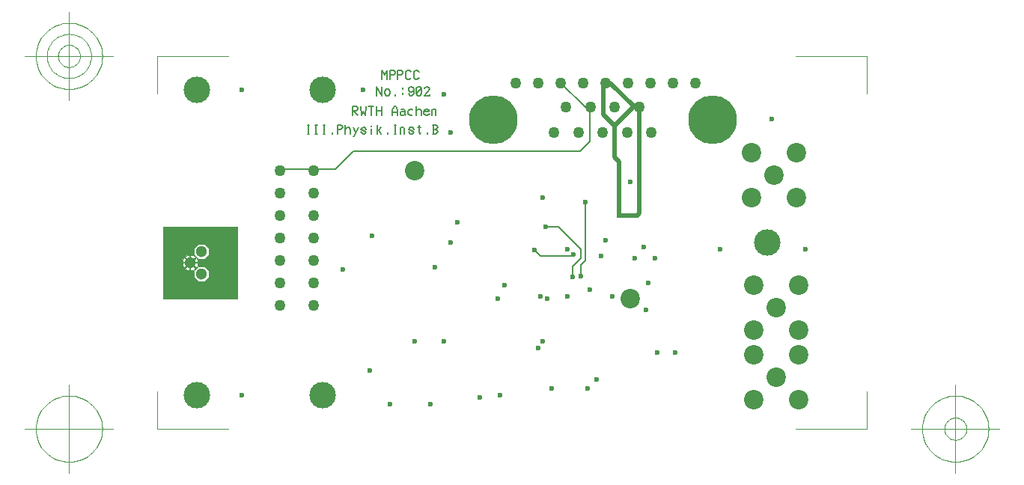
<source format=gbr>
G04 Generated by Ultiboard *
%FSLAX25Y25*%
%MOMM*%

%ADD10C,0.20000*%
%ADD11C,0.00100*%
%ADD12C,0.50000*%
%ADD13C,0.10000*%
%ADD14C,0.60000*%
%ADD15C,3.00000*%
%ADD16C,5.50316*%
%ADD17C,1.27000*%
%ADD18C,2.20000*%
%ADD19C,1.30000*%


%LNCopper Bottom*%
%LPD*%
%FSLAX25Y25*%
%MOMM*%
G54D10*
X2171700Y3111500D02*
X4737100Y3111500D01*
X1358900Y2908300D02*
X1968500Y2908300D01*
X203200Y1854200D02*
X558800Y1854200D01*
X330200Y1981200D02*
X330200Y1727200D01*
X1358900Y2908300D02*
X1346200Y2895600D01*
X2171700Y3111500D02*
X1968500Y2908300D01*
X1655867Y3312800D02*
X1675778Y3312800D01*
X1655867Y3412800D02*
X1675778Y3412800D01*
X1665822Y3312800D02*
X1665822Y3412800D01*
X1745467Y3312800D02*
X1765378Y3312800D01*
X1745467Y3412800D02*
X1765378Y3412800D01*
X1755422Y3312800D02*
X1755422Y3412800D01*
X1835067Y3312800D02*
X1854978Y3312800D01*
X1835067Y3412800D02*
X1854978Y3412800D01*
X1845022Y3312800D02*
X1845022Y3412800D01*
X1934622Y3312800D02*
X1934622Y3322800D01*
X1994356Y3312800D02*
X1994356Y3412800D01*
X1994356Y3412800D02*
X2034178Y3412800D01*
X2034178Y3412800D02*
X2054089Y3392800D01*
X2054089Y3392800D02*
X2054089Y3382800D01*
X2054089Y3382800D02*
X2034178Y3362800D01*
X2034178Y3362800D02*
X1994356Y3362800D01*
X2083956Y3362800D02*
X2103867Y3382800D01*
X2103867Y3382800D02*
X2123778Y3382800D01*
X2123778Y3382800D02*
X2143689Y3362800D01*
X2143689Y3362800D02*
X2143689Y3312800D01*
X2083956Y3412800D02*
X2083956Y3312800D01*
X2173556Y3282800D02*
X2183511Y3282800D01*
X2183511Y3282800D02*
X2233289Y3382800D01*
X2173556Y3382800D02*
X2203422Y3322800D01*
X2263156Y3332800D02*
X2283067Y3312800D01*
X2283067Y3312800D02*
X2302978Y3312800D01*
X2302978Y3312800D02*
X2322889Y3332800D01*
X2322889Y3332800D02*
X2263156Y3362800D01*
X2263156Y3362800D02*
X2283067Y3382800D01*
X2283067Y3382800D02*
X2302978Y3382800D01*
X2302978Y3382800D02*
X2322889Y3362800D01*
X2382622Y3312800D02*
X2382622Y3372800D01*
X2382622Y3392800D02*
X2382622Y3402800D01*
X2442356Y3352800D02*
X2462267Y3352800D01*
X2462267Y3352800D02*
X2492133Y3382800D01*
X2462267Y3352800D02*
X2492133Y3312800D01*
X2442356Y3312800D02*
X2442356Y3412800D01*
X2561822Y3312800D02*
X2561822Y3322800D01*
X2641467Y3312800D02*
X2661378Y3312800D01*
X2641467Y3412800D02*
X2661378Y3412800D01*
X2651422Y3312800D02*
X2651422Y3412800D01*
X2711156Y3312800D02*
X2711156Y3372800D01*
X2711156Y3372800D02*
X2711156Y3382800D01*
X2711156Y3372800D02*
X2721111Y3382800D01*
X2721111Y3382800D02*
X2741022Y3382800D01*
X2741022Y3382800D02*
X2750978Y3372800D01*
X2750978Y3372800D02*
X2750978Y3312800D01*
X2800756Y3332800D02*
X2820667Y3312800D01*
X2820667Y3312800D02*
X2840578Y3312800D01*
X2840578Y3312800D02*
X2860489Y3332800D01*
X2860489Y3332800D02*
X2800756Y3362800D01*
X2800756Y3362800D02*
X2820667Y3382800D01*
X2820667Y3382800D02*
X2840578Y3382800D01*
X2840578Y3382800D02*
X2860489Y3362800D01*
X2940133Y3322800D02*
X2930178Y3312800D01*
X2930178Y3312800D02*
X2920222Y3322800D01*
X2920222Y3322800D02*
X2920222Y3412800D01*
X2900311Y3382800D02*
X2940133Y3382800D01*
X3009822Y3312800D02*
X3009822Y3322800D01*
X3069556Y3312800D02*
X3109378Y3312800D01*
X3109378Y3312800D02*
X3129289Y3332800D01*
X3129289Y3332800D02*
X3129289Y3342800D01*
X3129289Y3342800D02*
X3109378Y3362800D01*
X3109378Y3362800D02*
X3129289Y3382800D01*
X3129289Y3382800D02*
X3129289Y3392800D01*
X3129289Y3392800D02*
X3109378Y3412800D01*
X3109378Y3412800D02*
X3079511Y3412800D01*
X3079511Y3412800D02*
X3069556Y3412800D01*
X3079511Y3362800D02*
X3109378Y3362800D01*
X3079511Y3412800D02*
X3079511Y3312800D01*
X2439556Y3744600D02*
X2439556Y3844600D01*
X2439556Y3844600D02*
X2499289Y3744600D01*
X2499289Y3744600D02*
X2499289Y3844600D01*
X2529156Y3764600D02*
X2549067Y3744600D01*
X2549067Y3744600D02*
X2568978Y3744600D01*
X2568978Y3744600D02*
X2588889Y3764600D01*
X2588889Y3764600D02*
X2588889Y3794600D01*
X2588889Y3794600D02*
X2568978Y3814600D01*
X2568978Y3814600D02*
X2549067Y3814600D01*
X2549067Y3814600D02*
X2529156Y3794600D01*
X2529156Y3794600D02*
X2529156Y3764600D01*
X2648622Y3744600D02*
X2648622Y3754600D01*
X2738222Y3834600D02*
X2738222Y3814600D01*
X2738222Y3754600D02*
X2738222Y3774600D01*
X2797956Y3764600D02*
X2817867Y3744600D01*
X2817867Y3744600D02*
X2837778Y3744600D01*
X2837778Y3744600D02*
X2857689Y3764600D01*
X2857689Y3764600D02*
X2857689Y3804600D01*
X2857689Y3804600D02*
X2857689Y3824600D01*
X2857689Y3824600D02*
X2837778Y3844600D01*
X2837778Y3844600D02*
X2817867Y3844600D01*
X2817867Y3844600D02*
X2797956Y3824600D01*
X2797956Y3824600D02*
X2797956Y3804600D01*
X2797956Y3804600D02*
X2817867Y3784600D01*
X2817867Y3784600D02*
X2837778Y3784600D01*
X2837778Y3784600D02*
X2857689Y3804600D01*
X2887556Y3824600D02*
X2907467Y3844600D01*
X2907467Y3844600D02*
X2927378Y3844600D01*
X2927378Y3844600D02*
X2947289Y3824600D01*
X2947289Y3824600D02*
X2947289Y3764600D01*
X2947289Y3764600D02*
X2927378Y3744600D01*
X2927378Y3744600D02*
X2907467Y3744600D01*
X2907467Y3744600D02*
X2887556Y3764600D01*
X2887556Y3764600D02*
X2887556Y3824600D01*
X2947289Y3824600D02*
X2887556Y3764600D01*
X2977156Y3824600D02*
X2997067Y3844600D01*
X2997067Y3844600D02*
X3016978Y3844600D01*
X3016978Y3844600D02*
X3036889Y3824600D01*
X3036889Y3824600D02*
X3036889Y3814600D01*
X3036889Y3814600D02*
X2977156Y3744600D01*
X2977156Y3744600D02*
X3036889Y3744600D01*
X3036889Y3744600D02*
X3036889Y3754600D01*
X2168956Y3522200D02*
X2168956Y3622200D01*
X2168956Y3622200D02*
X2208778Y3622200D01*
X2208778Y3622200D02*
X2228689Y3602200D01*
X2228689Y3602200D02*
X2228689Y3592200D01*
X2228689Y3592200D02*
X2208778Y3572200D01*
X2208778Y3572200D02*
X2168956Y3572200D01*
X2178911Y3572200D02*
X2228689Y3522200D01*
X2258556Y3622200D02*
X2268511Y3522200D01*
X2268511Y3522200D02*
X2288422Y3562200D01*
X2288422Y3562200D02*
X2308333Y3522200D01*
X2308333Y3522200D02*
X2318289Y3622200D01*
X2378022Y3522200D02*
X2378022Y3622200D01*
X2348156Y3622200D02*
X2407889Y3622200D01*
X2437756Y3522200D02*
X2437756Y3622200D01*
X2497489Y3522200D02*
X2497489Y3622200D01*
X2437756Y3572200D02*
X2497489Y3572200D01*
X2616956Y3522200D02*
X2616956Y3582200D01*
X2616956Y3582200D02*
X2636867Y3622200D01*
X2636867Y3622200D02*
X2656778Y3622200D01*
X2656778Y3622200D02*
X2676689Y3582200D01*
X2676689Y3582200D02*
X2676689Y3522200D01*
X2616956Y3552200D02*
X2676689Y3552200D01*
X2716511Y3592200D02*
X2746378Y3592200D01*
X2746378Y3592200D02*
X2756333Y3582200D01*
X2756333Y3582200D02*
X2756333Y3532200D01*
X2756333Y3532200D02*
X2746378Y3522200D01*
X2746378Y3522200D02*
X2716511Y3522200D01*
X2716511Y3522200D02*
X2706556Y3532200D01*
X2706556Y3532200D02*
X2706556Y3552200D01*
X2706556Y3552200D02*
X2716511Y3562200D01*
X2716511Y3562200D02*
X2756333Y3562200D01*
X2756333Y3532200D02*
X2766289Y3522200D01*
X2845933Y3532200D02*
X2835978Y3522200D01*
X2835978Y3522200D02*
X2816067Y3522200D01*
X2816067Y3522200D02*
X2796156Y3542200D01*
X2796156Y3542200D02*
X2796156Y3572200D01*
X2796156Y3572200D02*
X2816067Y3592200D01*
X2816067Y3592200D02*
X2835978Y3592200D01*
X2835978Y3592200D02*
X2845933Y3582200D01*
X2885756Y3572200D02*
X2905667Y3592200D01*
X2905667Y3592200D02*
X2925578Y3592200D01*
X2925578Y3592200D02*
X2945489Y3572200D01*
X2945489Y3572200D02*
X2945489Y3522200D01*
X2885756Y3622200D02*
X2885756Y3522200D01*
X3035089Y3542200D02*
X3015178Y3522200D01*
X3015178Y3522200D02*
X2995267Y3522200D01*
X2995267Y3522200D02*
X2975356Y3542200D01*
X2975356Y3542200D02*
X2975356Y3572200D01*
X2975356Y3572200D02*
X2995267Y3592200D01*
X2995267Y3592200D02*
X3015178Y3592200D01*
X3015178Y3592200D02*
X3035089Y3572200D01*
X3035089Y3572200D02*
X3025133Y3562200D01*
X3025133Y3562200D02*
X2975356Y3562200D01*
X3064956Y3522200D02*
X3064956Y3582200D01*
X3064956Y3582200D02*
X3064956Y3592200D01*
X3064956Y3582200D02*
X3074911Y3592200D01*
X3074911Y3592200D02*
X3094822Y3592200D01*
X3094822Y3592200D02*
X3104778Y3582200D01*
X3104778Y3582200D02*
X3104778Y3522200D01*
X2499156Y3928600D02*
X2499156Y4028600D01*
X2499156Y4028600D02*
X2529022Y3978600D01*
X2529022Y3978600D02*
X2558889Y4028600D01*
X2558889Y4028600D02*
X2558889Y3928600D01*
X2588756Y3928600D02*
X2588756Y4028600D01*
X2588756Y4028600D02*
X2628578Y4028600D01*
X2628578Y4028600D02*
X2648489Y4008600D01*
X2648489Y4008600D02*
X2648489Y3998600D01*
X2648489Y3998600D02*
X2628578Y3978600D01*
X2628578Y3978600D02*
X2588756Y3978600D01*
X2678356Y3928600D02*
X2678356Y4028600D01*
X2678356Y4028600D02*
X2718178Y4028600D01*
X2718178Y4028600D02*
X2738089Y4008600D01*
X2738089Y4008600D02*
X2738089Y3998600D01*
X2738089Y3998600D02*
X2718178Y3978600D01*
X2718178Y3978600D02*
X2678356Y3978600D01*
X2827689Y3948600D02*
X2807778Y3928600D01*
X2807778Y3928600D02*
X2787867Y3928600D01*
X2787867Y3928600D02*
X2767956Y3948600D01*
X2767956Y3948600D02*
X2767956Y4008600D01*
X2767956Y4008600D02*
X2787867Y4028600D01*
X2787867Y4028600D02*
X2807778Y4028600D01*
X2807778Y4028600D02*
X2827689Y4008600D01*
X2917289Y3948600D02*
X2897378Y3928600D01*
X2897378Y3928600D02*
X2877467Y3928600D01*
X2877467Y3928600D02*
X2857556Y3948600D01*
X2857556Y3948600D02*
X2857556Y4008600D01*
X2857556Y4008600D02*
X2877467Y4028600D01*
X2877467Y4028600D02*
X2897378Y4028600D01*
X2897378Y4028600D02*
X2917289Y4008600D01*
X4851400Y3225800D02*
X4851400Y3604683D01*
X4851400Y3225800D02*
X4737100Y3111500D01*
X4749800Y1828800D02*
X4800600Y1879600D01*
X4800600Y1879600D02*
X4800600Y2540000D01*
X4292600Y1930400D02*
X4648200Y1930400D01*
X4495800Y2260600D02*
X4353983Y2260600D01*
X4224867Y1998133D02*
X4292600Y1930400D01*
X4749800Y1905000D02*
X4749800Y2006600D01*
X4749800Y2006600D02*
X4495800Y2260600D01*
X4648200Y1930400D02*
X4660900Y1943100D01*
X4658783Y1691217D02*
X4658783Y1813983D01*
X4658783Y1813983D02*
X4749800Y1905000D01*
X4749800Y1701800D02*
X4749800Y1828800D01*
X5422900Y2984500D02*
X5410200Y2997200D01*
X4857750Y3611033D02*
X4796367Y3611033D01*
X4796367Y3611033D02*
X4521200Y3886200D01*
X4851400Y3604683D02*
X4857750Y3611033D01*
X5029200Y3886200D02*
X5003800Y3860800D01*
X5029200Y3886200D02*
X5080000Y3886200D01*
G54D11*
X242290Y1854200D02*
X242290Y1817787D01*
X242290Y1817787D02*
X261601Y1798475D01*
X261601Y1798475D02*
X317326Y1854200D01*
X317326Y1854200D02*
X330200Y1854200D01*
X330200Y1854200D02*
X330200Y1841326D01*
X330200Y1841326D02*
X274475Y1785601D01*
X274475Y1785601D02*
X293787Y1766290D01*
X293787Y1766290D02*
X330200Y1766290D01*
X330200Y1766290D02*
X330200Y1447800D01*
X330200Y1447800D02*
X25450Y1447800D01*
X25450Y1447800D02*
X25450Y1854200D01*
X25450Y1854200D02*
X242290Y1854200D01*
G36*
X242290Y1447800D02*
X25450Y1447800D01*
X25450Y1854200D01*
X242290Y1854200D01*
X242290Y1447800D01*
G37*
X242290Y1447800D02*
X25450Y1447800D01*
X25450Y1447800D02*
X25450Y1854200D01*
X25450Y1854200D02*
X242290Y1854200D01*
X242290Y1854200D02*
X242290Y1447800D01*
G36*
X261601Y1447800D02*
X242290Y1447800D01*
X242290Y1817787D01*
X261601Y1798475D01*
X261601Y1447800D01*
G37*
X261601Y1447800D02*
X242290Y1447800D01*
X242290Y1447800D02*
X242290Y1817787D01*
X242290Y1817787D02*
X261601Y1798475D01*
X261601Y1798475D02*
X261601Y1447800D01*
G36*
X261601Y1785601D02*
X261601Y1798475D01*
X317326Y1854200D01*
X330200Y1854200D01*
X330200Y1841326D01*
X274475Y1785601D01*
X261601Y1785601D01*
G37*
X261601Y1785601D02*
X261601Y1798475D01*
X261601Y1798475D02*
X317326Y1854200D01*
X317326Y1854200D02*
X330200Y1854200D01*
X330200Y1854200D02*
X330200Y1841326D01*
X330200Y1841326D02*
X274475Y1785601D01*
X274475Y1785601D02*
X261601Y1785601D01*
G36*
X293787Y1447800D02*
X293787Y1766290D01*
X330200Y1766290D01*
X330200Y1447800D01*
X293787Y1447800D01*
G37*
X293787Y1447800D02*
X293787Y1766290D01*
X293787Y1766290D02*
X330200Y1766290D01*
X330200Y1766290D02*
X330200Y1447800D01*
X330200Y1447800D02*
X293787Y1447800D01*
G36*
X293787Y1447800D02*
X261601Y1447800D01*
X261601Y1785601D01*
X274475Y1785601D01*
X293787Y1766290D01*
X293787Y1447800D01*
G37*
X293787Y1447800D02*
X261601Y1447800D01*
X261601Y1447800D02*
X261601Y1785601D01*
X261601Y1785601D02*
X274475Y1785601D01*
X274475Y1785601D02*
X293787Y1766290D01*
X293787Y1766290D02*
X293787Y1447800D01*
X330200Y1766290D02*
X366614Y1766290D01*
X366614Y1766290D02*
X385925Y1785601D01*
X385925Y1785601D02*
X330200Y1841326D01*
X330200Y1841326D02*
X330200Y1854200D01*
X330200Y1854200D02*
X343074Y1854200D01*
X343074Y1854200D02*
X398799Y1798475D01*
X398799Y1798475D02*
X418110Y1817787D01*
X418110Y1817787D02*
X418110Y1854200D01*
X418110Y1854200D02*
X482074Y1854200D01*
X482074Y1854200D02*
X482074Y1815110D01*
X482074Y1815110D02*
X420787Y1815110D01*
X420787Y1815110D02*
X369290Y1763614D01*
X369290Y1763614D02*
X369290Y1690787D01*
X369290Y1690787D02*
X420787Y1639290D01*
X420787Y1639290D02*
X482074Y1639290D01*
X482074Y1639290D02*
X482074Y1447800D01*
X482074Y1447800D02*
X330200Y1447800D01*
X330200Y1447800D02*
X330200Y1766290D01*
G36*
X366614Y1447800D02*
X330200Y1447800D01*
X330200Y1766290D01*
X366614Y1766290D01*
X366614Y1447800D01*
G37*
X366614Y1447800D02*
X330200Y1447800D01*
X330200Y1447800D02*
X330200Y1766290D01*
X330200Y1766290D02*
X366614Y1766290D01*
X366614Y1766290D02*
X366614Y1447800D01*
G36*
X398799Y1793122D02*
X391278Y1785601D01*
X385925Y1785601D01*
X330200Y1841326D01*
X330200Y1854200D01*
X343074Y1854200D01*
X398799Y1798475D01*
X398799Y1793122D01*
G37*
X398799Y1793122D02*
X391278Y1785601D01*
X391278Y1785601D02*
X385925Y1785601D01*
X385925Y1785601D02*
X330200Y1841326D01*
X330200Y1841326D02*
X330200Y1854200D01*
X330200Y1854200D02*
X343074Y1854200D01*
X343074Y1854200D02*
X398799Y1798475D01*
X398799Y1798475D02*
X398799Y1793122D01*
G36*
X366614Y1763614D02*
X366614Y1766290D01*
X385925Y1785601D01*
X391278Y1785601D01*
X369290Y1763614D01*
X366614Y1763614D01*
G37*
X366614Y1763614D02*
X366614Y1766290D01*
X366614Y1766290D02*
X385925Y1785601D01*
X385925Y1785601D02*
X391278Y1785601D01*
X391278Y1785601D02*
X369290Y1763614D01*
X369290Y1763614D02*
X366614Y1763614D01*
G36*
X482074Y1817787D02*
X418110Y1817787D01*
X418110Y1854200D01*
X482074Y1854200D01*
X482074Y1817787D01*
G37*
X482074Y1817787D02*
X418110Y1817787D01*
X418110Y1817787D02*
X418110Y1854200D01*
X418110Y1854200D02*
X482074Y1854200D01*
X482074Y1854200D02*
X482074Y1817787D01*
G36*
X369290Y1447800D02*
X366614Y1447800D01*
X366614Y1763614D01*
X369290Y1763614D01*
X369290Y1447800D01*
G37*
X369290Y1447800D02*
X366614Y1447800D01*
X366614Y1447800D02*
X366614Y1763614D01*
X366614Y1763614D02*
X369290Y1763614D01*
X369290Y1763614D02*
X369290Y1447800D01*
G36*
X420787Y1817787D02*
X420787Y1815110D01*
X398799Y1793122D01*
X398799Y1798475D01*
X418110Y1817787D01*
X420787Y1817787D01*
G37*
X420787Y1817787D02*
X420787Y1815110D01*
X420787Y1815110D02*
X398799Y1793122D01*
X398799Y1793122D02*
X398799Y1798475D01*
X398799Y1798475D02*
X418110Y1817787D01*
X418110Y1817787D02*
X420787Y1817787D01*
G36*
X420787Y1817787D02*
X482074Y1817787D01*
X482074Y1815110D01*
X420787Y1815110D01*
X420787Y1817787D01*
G37*
X420787Y1817787D02*
X482074Y1817787D01*
X482074Y1817787D02*
X482074Y1815110D01*
X482074Y1815110D02*
X420787Y1815110D01*
X420787Y1815110D02*
X420787Y1817787D01*
G36*
X420787Y1447800D02*
X420787Y1639290D01*
X482074Y1639290D01*
X482074Y1447800D01*
X420787Y1447800D01*
G37*
X420787Y1447800D02*
X420787Y1639290D01*
X420787Y1639290D02*
X482074Y1639290D01*
X482074Y1639290D02*
X482074Y1447800D01*
X482074Y1447800D02*
X420787Y1447800D01*
G36*
X420787Y1447800D02*
X369290Y1447800D01*
X369290Y1690787D01*
X420787Y1639290D01*
X420787Y1447800D01*
G37*
X420787Y1447800D02*
X369290Y1447800D01*
X369290Y1447800D02*
X369290Y1690787D01*
X369290Y1690787D02*
X420787Y1639290D01*
X420787Y1639290D02*
X420787Y1447800D01*
X482074Y1893290D02*
X493614Y1893290D01*
X493614Y1893290D02*
X545110Y1944787D01*
X545110Y1944787D02*
X545110Y2017614D01*
X545110Y2017614D02*
X493614Y2069110D01*
X493614Y2069110D02*
X482074Y2069110D01*
X482074Y2069110D02*
X482074Y2260600D01*
X482074Y2260600D02*
X863600Y2260600D01*
X863600Y2260600D02*
X863600Y1447800D01*
X863600Y1447800D02*
X482074Y1447800D01*
X482074Y1447800D02*
X482074Y1639290D01*
X482074Y1639290D02*
X493614Y1639290D01*
X493614Y1639290D02*
X545110Y1690787D01*
X545110Y1690787D02*
X545110Y1763614D01*
X545110Y1763614D02*
X493614Y1815110D01*
X493614Y1815110D02*
X482074Y1815110D01*
X482074Y1815110D02*
X482074Y1893290D01*
G36*
X493614Y1447800D02*
X482074Y1447800D01*
X482074Y1639290D01*
X493614Y1639290D01*
X493614Y1447800D01*
G37*
X493614Y1447800D02*
X482074Y1447800D01*
X482074Y1447800D02*
X482074Y1639290D01*
X482074Y1639290D02*
X493614Y1639290D01*
X493614Y1639290D02*
X493614Y1447800D01*
G36*
X493614Y1815110D02*
X482074Y1815110D01*
X482074Y1893290D01*
X493614Y1893290D01*
X493614Y1815110D01*
G37*
X493614Y1815110D02*
X482074Y1815110D01*
X482074Y1815110D02*
X482074Y1893290D01*
X482074Y1893290D02*
X493614Y1893290D01*
X493614Y1893290D02*
X493614Y1815110D01*
G36*
X863600Y1690787D02*
X863600Y1447800D01*
X493614Y1447800D01*
X493614Y1639290D01*
X545110Y1690787D01*
X863600Y1690787D01*
G37*
X863600Y1690787D02*
X863600Y1447800D01*
X863600Y1447800D02*
X493614Y1447800D01*
X493614Y1447800D02*
X493614Y1639290D01*
X493614Y1639290D02*
X545110Y1690787D01*
X545110Y1690787D02*
X863600Y1690787D01*
G36*
X545110Y1763614D02*
X493614Y1815110D01*
X493614Y1893290D01*
X545110Y1944787D01*
X545110Y1763614D01*
G37*
X545110Y1763614D02*
X493614Y1815110D01*
X493614Y1815110D02*
X493614Y1893290D01*
X493614Y1893290D02*
X545110Y1944787D01*
X545110Y1944787D02*
X545110Y1763614D01*
G36*
X545110Y2260600D02*
X863600Y2260600D01*
X863600Y1690787D01*
X545110Y1690787D01*
X545110Y2260600D01*
G37*
X545110Y2260600D02*
X863600Y2260600D01*
X863600Y2260600D02*
X863600Y1690787D01*
X863600Y1690787D02*
X545110Y1690787D01*
X545110Y1690787D02*
X545110Y2260600D01*
G36*
X493614Y2260600D02*
X493614Y2069110D01*
X482074Y2069110D01*
X482074Y2260600D01*
X493614Y2260600D01*
G37*
X493614Y2260600D02*
X493614Y2069110D01*
X493614Y2069110D02*
X482074Y2069110D01*
X482074Y2069110D02*
X482074Y2260600D01*
X482074Y2260600D02*
X493614Y2260600D01*
G36*
X493614Y2260600D02*
X545110Y2260600D01*
X545110Y2017614D01*
X493614Y2069110D01*
X493614Y2260600D01*
G37*
X493614Y2260600D02*
X545110Y2260600D01*
X545110Y2260600D02*
X545110Y2017614D01*
X545110Y2017614D02*
X493614Y2069110D01*
X493614Y2069110D02*
X493614Y2260600D01*
X482074Y2069110D02*
X420787Y2069110D01*
X420787Y2069110D02*
X369290Y2017614D01*
X369290Y2017614D02*
X369290Y1944787D01*
X369290Y1944787D02*
X420787Y1893290D01*
X420787Y1893290D02*
X482074Y1893290D01*
X482074Y1893290D02*
X482074Y1854200D01*
X482074Y1854200D02*
X418110Y1854200D01*
X418110Y1854200D02*
X418110Y1890614D01*
X418110Y1890614D02*
X398799Y1909925D01*
X398799Y1909925D02*
X343074Y1854200D01*
X343074Y1854200D02*
X330200Y1854200D01*
X330200Y1854200D02*
X330200Y1867074D01*
X330200Y1867074D02*
X385925Y1922799D01*
X385925Y1922799D02*
X366614Y1942110D01*
X366614Y1942110D02*
X330200Y1942110D01*
X330200Y1942110D02*
X330200Y2260600D01*
X330200Y2260600D02*
X482074Y2260600D01*
X482074Y2260600D02*
X482074Y2069110D01*
G36*
X420787Y2260600D02*
X482074Y2260600D01*
X482074Y2069110D01*
X420787Y2069110D01*
X420787Y2260600D01*
G37*
X420787Y2260600D02*
X482074Y2260600D01*
X482074Y2260600D02*
X482074Y2069110D01*
X482074Y2069110D02*
X420787Y2069110D01*
X420787Y2069110D02*
X420787Y2260600D01*
G36*
X330200Y2017614D02*
X330200Y2260600D01*
X420787Y2260600D01*
X420787Y2069110D01*
X369290Y2017614D01*
X330200Y2017614D01*
G37*
X330200Y2017614D02*
X330200Y2260600D01*
X330200Y2260600D02*
X420787Y2260600D01*
X420787Y2260600D02*
X420787Y2069110D01*
X420787Y2069110D02*
X369290Y2017614D01*
X369290Y2017614D02*
X330200Y2017614D01*
G36*
X369290Y1906164D02*
X369290Y1880416D01*
X343074Y1854200D01*
X330200Y1854200D01*
X330200Y1867074D01*
X369290Y1906164D01*
G37*
X369290Y1906164D02*
X369290Y1880416D01*
X369290Y1880416D02*
X343074Y1854200D01*
X343074Y1854200D02*
X330200Y1854200D01*
X330200Y1854200D02*
X330200Y1867074D01*
X330200Y1867074D02*
X369290Y1906164D01*
G36*
X391278Y1922799D02*
X385925Y1922799D01*
X369290Y1939434D01*
X369290Y1944787D01*
X391278Y1922799D01*
G37*
X391278Y1922799D02*
X385925Y1922799D01*
X385925Y1922799D02*
X369290Y1939434D01*
X369290Y1939434D02*
X369290Y1944787D01*
X369290Y1944787D02*
X391278Y1922799D01*
G36*
X366614Y2017614D02*
X366614Y1942110D01*
X330200Y1942110D01*
X330200Y2017614D01*
X366614Y2017614D01*
G37*
X366614Y2017614D02*
X366614Y1942110D01*
X366614Y1942110D02*
X330200Y1942110D01*
X330200Y1942110D02*
X330200Y2017614D01*
X330200Y2017614D02*
X366614Y2017614D01*
G36*
X366614Y2017614D02*
X369290Y2017614D01*
X369290Y1939434D01*
X366614Y1942110D01*
X366614Y2017614D01*
G37*
X366614Y2017614D02*
X369290Y2017614D01*
X369290Y2017614D02*
X369290Y1939434D01*
X369290Y1939434D02*
X366614Y1942110D01*
X366614Y1942110D02*
X366614Y2017614D01*
G36*
X420787Y1854200D02*
X420787Y1893290D01*
X482074Y1893290D01*
X482074Y1854200D01*
X420787Y1854200D01*
G37*
X420787Y1854200D02*
X420787Y1893290D01*
X420787Y1893290D02*
X482074Y1893290D01*
X482074Y1893290D02*
X482074Y1854200D01*
X482074Y1854200D02*
X420787Y1854200D01*
G36*
X418110Y1895967D02*
X420787Y1893290D01*
X420787Y1854200D01*
X418110Y1854200D01*
X418110Y1895967D01*
G37*
X418110Y1895967D02*
X420787Y1893290D01*
X420787Y1893290D02*
X420787Y1854200D01*
X420787Y1854200D02*
X418110Y1854200D01*
X418110Y1854200D02*
X418110Y1895967D01*
G36*
X398799Y1915278D02*
X398799Y1909925D01*
X369290Y1880416D01*
X369290Y1906164D01*
X385925Y1922799D01*
X391278Y1922799D01*
X398799Y1915278D01*
G37*
X398799Y1915278D02*
X398799Y1909925D01*
X398799Y1909925D02*
X369290Y1880416D01*
X369290Y1880416D02*
X369290Y1906164D01*
X369290Y1906164D02*
X385925Y1922799D01*
X385925Y1922799D02*
X391278Y1922799D01*
X391278Y1922799D02*
X398799Y1915278D01*
G36*
X398799Y1915278D02*
X418110Y1895967D01*
X418110Y1890614D01*
X398799Y1909925D01*
X398799Y1915278D01*
G37*
X398799Y1915278D02*
X418110Y1895967D01*
X418110Y1895967D02*
X418110Y1890614D01*
X418110Y1890614D02*
X398799Y1909925D01*
X398799Y1909925D02*
X398799Y1915278D01*
X330200Y1942110D02*
X293787Y1942110D01*
X293787Y1942110D02*
X274475Y1922799D01*
X274475Y1922799D02*
X330200Y1867074D01*
X330200Y1867074D02*
X330200Y1854200D01*
X330200Y1854200D02*
X317326Y1854200D01*
X317326Y1854200D02*
X261601Y1909925D01*
X261601Y1909925D02*
X242290Y1890614D01*
X242290Y1890614D02*
X242290Y1854200D01*
X242290Y1854200D02*
X25450Y1854200D01*
X25450Y1854200D02*
X25450Y2260600D01*
X25450Y2260600D02*
X330200Y2260600D01*
X330200Y2260600D02*
X330200Y1942110D01*
G36*
X293787Y2260600D02*
X330200Y2260600D01*
X330200Y1942110D01*
X293787Y1942110D01*
X293787Y2260600D01*
G37*
X293787Y2260600D02*
X330200Y2260600D01*
X330200Y2260600D02*
X330200Y1942110D01*
X330200Y1942110D02*
X293787Y1942110D01*
X293787Y1942110D02*
X293787Y2260600D01*
G36*
X25450Y1922799D02*
X25450Y2260600D01*
X293787Y2260600D01*
X293787Y1942110D01*
X274475Y1922799D01*
X25450Y1922799D01*
G37*
X25450Y1922799D02*
X25450Y2260600D01*
X25450Y2260600D02*
X293787Y2260600D01*
X293787Y2260600D02*
X293787Y1942110D01*
X293787Y1942110D02*
X274475Y1922799D01*
X274475Y1922799D02*
X25450Y1922799D01*
G36*
X261601Y1922799D02*
X274475Y1922799D01*
X330200Y1867074D01*
X330200Y1854200D01*
X317326Y1854200D01*
X261601Y1909925D01*
X261601Y1922799D01*
G37*
X261601Y1922799D02*
X274475Y1922799D01*
X274475Y1922799D02*
X330200Y1867074D01*
X330200Y1867074D02*
X330200Y1854200D01*
X330200Y1854200D02*
X317326Y1854200D01*
X317326Y1854200D02*
X261601Y1909925D01*
X261601Y1909925D02*
X261601Y1922799D01*
G36*
X25450Y1890614D02*
X242290Y1890614D01*
X242290Y1854200D01*
X25450Y1854200D01*
X25450Y1890614D01*
G37*
X25450Y1890614D02*
X242290Y1890614D01*
X242290Y1890614D02*
X242290Y1854200D01*
X242290Y1854200D02*
X25450Y1854200D01*
X25450Y1854200D02*
X25450Y1890614D01*
G36*
X25450Y1890614D02*
X25450Y1922799D01*
X261601Y1922799D01*
X261601Y1909925D01*
X242290Y1890614D01*
X25450Y1890614D01*
G37*
X25450Y1890614D02*
X25450Y1922799D01*
X25450Y1922799D02*
X261601Y1922799D01*
X261601Y1922799D02*
X261601Y1909925D01*
X261601Y1909925D02*
X242290Y1890614D01*
X242290Y1890614D02*
X25450Y1890614D01*
G54D12*
X5408083Y3611033D02*
X5408083Y2999317D01*
X5130800Y3403600D02*
X5130800Y3048000D01*
X5384800Y2387600D02*
X5334000Y2387600D01*
X5408083Y2999317D02*
X5408083Y2410883D01*
X5408083Y2410883D02*
X5384800Y2387600D01*
X5181600Y2387600D02*
X5334000Y2387600D01*
X5181600Y2997200D02*
X5181600Y2387600D01*
X5181600Y2997200D02*
X5130800Y3048000D01*
X5080000Y3886200D02*
X5355167Y3611033D01*
X5338233Y3611033D02*
X5130800Y3403600D01*
X5003800Y3860800D02*
X5003800Y3530600D01*
X5003800Y3530600D02*
X5130800Y3403600D01*
X5408083Y3611033D02*
X5338233Y3611033D01*
G54D13*
X-40050Y-25400D02*
X-40050Y396240D01*
X-40050Y-25400D02*
X762531Y-25400D01*
X7985760Y-25400D02*
X7183179Y-25400D01*
X7985760Y-25400D02*
X7985760Y396240D01*
X7985760Y4191000D02*
X7985760Y3769360D01*
X7985760Y4191000D02*
X7183179Y4191000D01*
X-40050Y4191000D02*
X762531Y4191000D01*
X-40050Y4191000D02*
X-40050Y3769360D01*
X-540050Y-25400D02*
X-1540050Y-25400D01*
X-1040050Y-525400D02*
X-1040050Y474600D01*
X-665050Y-25400D02*
X-666856Y11356D01*
X-666856Y11356D02*
X-672256Y47759D01*
X-672256Y47759D02*
X-681197Y83457D01*
X-681197Y83457D02*
X-693595Y118106D01*
X-693595Y118106D02*
X-709330Y151374D01*
X-709330Y151374D02*
X-728249Y182939D01*
X-728249Y182939D02*
X-750171Y212497D01*
X-750171Y212497D02*
X-774885Y239765D01*
X-774885Y239765D02*
X-802153Y264479D01*
X-802153Y264479D02*
X-831711Y286401D01*
X-831711Y286401D02*
X-863276Y305320D01*
X-863276Y305320D02*
X-896544Y321055D01*
X-896544Y321055D02*
X-931193Y333453D01*
X-931193Y333453D02*
X-966891Y342394D01*
X-966891Y342394D02*
X-1003294Y347794D01*
X-1003294Y347794D02*
X-1040050Y349600D01*
X-1040050Y349600D02*
X-1076806Y347794D01*
X-1076806Y347794D02*
X-1113209Y342394D01*
X-1113209Y342394D02*
X-1148907Y333453D01*
X-1148907Y333453D02*
X-1183556Y321055D01*
X-1183556Y321055D02*
X-1216824Y305320D01*
X-1216824Y305320D02*
X-1248389Y286401D01*
X-1248389Y286401D02*
X-1277947Y264479D01*
X-1277947Y264479D02*
X-1305215Y239765D01*
X-1305215Y239765D02*
X-1329929Y212497D01*
X-1329929Y212497D02*
X-1351851Y182939D01*
X-1351851Y182939D02*
X-1370770Y151374D01*
X-1370770Y151374D02*
X-1386505Y118106D01*
X-1386505Y118106D02*
X-1398903Y83457D01*
X-1398903Y83457D02*
X-1407844Y47759D01*
X-1407844Y47759D02*
X-1413244Y11356D01*
X-1413244Y11356D02*
X-1415050Y-25400D01*
X-1415050Y-25400D02*
X-1413244Y-62156D01*
X-1413244Y-62156D02*
X-1407844Y-98559D01*
X-1407844Y-98559D02*
X-1398903Y-134257D01*
X-1398903Y-134257D02*
X-1386505Y-168906D01*
X-1386505Y-168906D02*
X-1370770Y-202174D01*
X-1370770Y-202174D02*
X-1351851Y-233739D01*
X-1351851Y-233739D02*
X-1329929Y-263297D01*
X-1329929Y-263297D02*
X-1305215Y-290565D01*
X-1305215Y-290565D02*
X-1277947Y-315279D01*
X-1277947Y-315279D02*
X-1248389Y-337201D01*
X-1248389Y-337201D02*
X-1216824Y-356120D01*
X-1216824Y-356120D02*
X-1183556Y-371855D01*
X-1183556Y-371855D02*
X-1148907Y-384253D01*
X-1148907Y-384253D02*
X-1113209Y-393194D01*
X-1113209Y-393194D02*
X-1076806Y-398594D01*
X-1076806Y-398594D02*
X-1040050Y-400400D01*
X-1040050Y-400400D02*
X-1003294Y-398594D01*
X-1003294Y-398594D02*
X-966891Y-393194D01*
X-966891Y-393194D02*
X-931193Y-384253D01*
X-931193Y-384253D02*
X-896544Y-371855D01*
X-896544Y-371855D02*
X-863276Y-356120D01*
X-863276Y-356120D02*
X-831711Y-337201D01*
X-831711Y-337201D02*
X-802153Y-315279D01*
X-802153Y-315279D02*
X-774885Y-290565D01*
X-774885Y-290565D02*
X-750171Y-263297D01*
X-750171Y-263297D02*
X-728249Y-233739D01*
X-728249Y-233739D02*
X-709330Y-202174D01*
X-709330Y-202174D02*
X-693595Y-168906D01*
X-693595Y-168906D02*
X-681197Y-134257D01*
X-681197Y-134257D02*
X-672256Y-98559D01*
X-672256Y-98559D02*
X-666856Y-62156D01*
X-666856Y-62156D02*
X-665050Y-25400D01*
X8485760Y-25400D02*
X9485760Y-25400D01*
X8985760Y-525400D02*
X8985760Y474600D01*
X9360760Y-25400D02*
X9358954Y11356D01*
X9358954Y11356D02*
X9353554Y47759D01*
X9353554Y47759D02*
X9344613Y83457D01*
X9344613Y83457D02*
X9332215Y118106D01*
X9332215Y118106D02*
X9316480Y151374D01*
X9316480Y151374D02*
X9297561Y182939D01*
X9297561Y182939D02*
X9275639Y212497D01*
X9275639Y212497D02*
X9250925Y239765D01*
X9250925Y239765D02*
X9223657Y264479D01*
X9223657Y264479D02*
X9194099Y286401D01*
X9194099Y286401D02*
X9162534Y305320D01*
X9162534Y305320D02*
X9129266Y321055D01*
X9129266Y321055D02*
X9094617Y333453D01*
X9094617Y333453D02*
X9058919Y342394D01*
X9058919Y342394D02*
X9022516Y347794D01*
X9022516Y347794D02*
X8985760Y349600D01*
X8985760Y349600D02*
X8949004Y347794D01*
X8949004Y347794D02*
X8912601Y342394D01*
X8912601Y342394D02*
X8876903Y333453D01*
X8876903Y333453D02*
X8842254Y321055D01*
X8842254Y321055D02*
X8808986Y305320D01*
X8808986Y305320D02*
X8777421Y286401D01*
X8777421Y286401D02*
X8747863Y264479D01*
X8747863Y264479D02*
X8720595Y239765D01*
X8720595Y239765D02*
X8695881Y212497D01*
X8695881Y212497D02*
X8673959Y182939D01*
X8673959Y182939D02*
X8655040Y151374D01*
X8655040Y151374D02*
X8639305Y118106D01*
X8639305Y118106D02*
X8626907Y83457D01*
X8626907Y83457D02*
X8617966Y47759D01*
X8617966Y47759D02*
X8612566Y11356D01*
X8612566Y11356D02*
X8610760Y-25400D01*
X8610760Y-25400D02*
X8612566Y-62156D01*
X8612566Y-62156D02*
X8617966Y-98559D01*
X8617966Y-98559D02*
X8626907Y-134257D01*
X8626907Y-134257D02*
X8639305Y-168906D01*
X8639305Y-168906D02*
X8655040Y-202174D01*
X8655040Y-202174D02*
X8673959Y-233739D01*
X8673959Y-233739D02*
X8695881Y-263297D01*
X8695881Y-263297D02*
X8720595Y-290565D01*
X8720595Y-290565D02*
X8747863Y-315279D01*
X8747863Y-315279D02*
X8777421Y-337201D01*
X8777421Y-337201D02*
X8808986Y-356120D01*
X8808986Y-356120D02*
X8842254Y-371855D01*
X8842254Y-371855D02*
X8876903Y-384253D01*
X8876903Y-384253D02*
X8912601Y-393194D01*
X8912601Y-393194D02*
X8949004Y-398594D01*
X8949004Y-398594D02*
X8985760Y-400400D01*
X8985760Y-400400D02*
X9022516Y-398594D01*
X9022516Y-398594D02*
X9058919Y-393194D01*
X9058919Y-393194D02*
X9094617Y-384253D01*
X9094617Y-384253D02*
X9129266Y-371855D01*
X9129266Y-371855D02*
X9162534Y-356120D01*
X9162534Y-356120D02*
X9194099Y-337201D01*
X9194099Y-337201D02*
X9223657Y-315279D01*
X9223657Y-315279D02*
X9250925Y-290565D01*
X9250925Y-290565D02*
X9275639Y-263297D01*
X9275639Y-263297D02*
X9297561Y-233739D01*
X9297561Y-233739D02*
X9316480Y-202174D01*
X9316480Y-202174D02*
X9332215Y-168906D01*
X9332215Y-168906D02*
X9344613Y-134257D01*
X9344613Y-134257D02*
X9353554Y-98559D01*
X9353554Y-98559D02*
X9358954Y-62156D01*
X9358954Y-62156D02*
X9360760Y-25400D01*
X9110760Y-25400D02*
X9110158Y-13148D01*
X9110158Y-13148D02*
X9108358Y-1014D01*
X9108358Y-1014D02*
X9105378Y10886D01*
X9105378Y10886D02*
X9101245Y22435D01*
X9101245Y22435D02*
X9096000Y33525D01*
X9096000Y33525D02*
X9089694Y44046D01*
X9089694Y44046D02*
X9082386Y53899D01*
X9082386Y53899D02*
X9074148Y62988D01*
X9074148Y62988D02*
X9065059Y71226D01*
X9065059Y71226D02*
X9055206Y78534D01*
X9055206Y78534D02*
X9044685Y84840D01*
X9044685Y84840D02*
X9033595Y90085D01*
X9033595Y90085D02*
X9022046Y94218D01*
X9022046Y94218D02*
X9010146Y97198D01*
X9010146Y97198D02*
X8998012Y98998D01*
X8998012Y98998D02*
X8985760Y99600D01*
X8985760Y99600D02*
X8973508Y98998D01*
X8973508Y98998D02*
X8961374Y97198D01*
X8961374Y97198D02*
X8949475Y94218D01*
X8949475Y94218D02*
X8937925Y90085D01*
X8937925Y90085D02*
X8926836Y84840D01*
X8926836Y84840D02*
X8916314Y78534D01*
X8916314Y78534D02*
X8906461Y71226D01*
X8906461Y71226D02*
X8897372Y62988D01*
X8897372Y62988D02*
X8889134Y53899D01*
X8889134Y53899D02*
X8881826Y44046D01*
X8881826Y44046D02*
X8875520Y33525D01*
X8875520Y33525D02*
X8870275Y22435D01*
X8870275Y22435D02*
X8866143Y10886D01*
X8866143Y10886D02*
X8863162Y-1014D01*
X8863162Y-1014D02*
X8861362Y-13148D01*
X8861362Y-13148D02*
X8860760Y-25400D01*
X8860760Y-25400D02*
X8861362Y-37652D01*
X8861362Y-37652D02*
X8863162Y-49786D01*
X8863162Y-49786D02*
X8866143Y-61685D01*
X8866143Y-61685D02*
X8870275Y-73235D01*
X8870275Y-73235D02*
X8875520Y-84324D01*
X8875520Y-84324D02*
X8881826Y-94846D01*
X8881826Y-94846D02*
X8889134Y-104699D01*
X8889134Y-104699D02*
X8897372Y-113788D01*
X8897372Y-113788D02*
X8906461Y-122026D01*
X8906461Y-122026D02*
X8916314Y-129334D01*
X8916314Y-129334D02*
X8926836Y-135640D01*
X8926836Y-135640D02*
X8937925Y-140885D01*
X8937925Y-140885D02*
X8949475Y-145017D01*
X8949475Y-145017D02*
X8961374Y-147998D01*
X8961374Y-147998D02*
X8973508Y-149798D01*
X8973508Y-149798D02*
X8985760Y-150400D01*
X8985760Y-150400D02*
X8998012Y-149798D01*
X8998012Y-149798D02*
X9010146Y-147998D01*
X9010146Y-147998D02*
X9022046Y-145017D01*
X9022046Y-145017D02*
X9033595Y-140885D01*
X9033595Y-140885D02*
X9044685Y-135640D01*
X9044685Y-135640D02*
X9055206Y-129334D01*
X9055206Y-129334D02*
X9065059Y-122026D01*
X9065059Y-122026D02*
X9074148Y-113788D01*
X9074148Y-113788D02*
X9082386Y-104699D01*
X9082386Y-104699D02*
X9089694Y-94846D01*
X9089694Y-94846D02*
X9096000Y-84324D01*
X9096000Y-84324D02*
X9101245Y-73235D01*
X9101245Y-73235D02*
X9105378Y-61685D01*
X9105378Y-61685D02*
X9108358Y-49786D01*
X9108358Y-49786D02*
X9110158Y-37652D01*
X9110158Y-37652D02*
X9110760Y-25400D01*
X-540050Y4191000D02*
X-1540050Y4191000D01*
X-1040050Y3691000D02*
X-1040050Y4691000D01*
X-665050Y4191000D02*
X-666856Y4227756D01*
X-666856Y4227756D02*
X-672256Y4264159D01*
X-672256Y4264159D02*
X-681197Y4299857D01*
X-681197Y4299857D02*
X-693595Y4334506D01*
X-693595Y4334506D02*
X-709330Y4367774D01*
X-709330Y4367774D02*
X-728249Y4399339D01*
X-728249Y4399339D02*
X-750171Y4428897D01*
X-750171Y4428897D02*
X-774885Y4456165D01*
X-774885Y4456165D02*
X-802153Y4480879D01*
X-802153Y4480879D02*
X-831711Y4502801D01*
X-831711Y4502801D02*
X-863276Y4521720D01*
X-863276Y4521720D02*
X-896544Y4537455D01*
X-896544Y4537455D02*
X-931193Y4549853D01*
X-931193Y4549853D02*
X-966891Y4558794D01*
X-966891Y4558794D02*
X-1003294Y4564194D01*
X-1003294Y4564194D02*
X-1040050Y4566000D01*
X-1040050Y4566000D02*
X-1076806Y4564194D01*
X-1076806Y4564194D02*
X-1113209Y4558794D01*
X-1113209Y4558794D02*
X-1148907Y4549853D01*
X-1148907Y4549853D02*
X-1183556Y4537455D01*
X-1183556Y4537455D02*
X-1216824Y4521720D01*
X-1216824Y4521720D02*
X-1248389Y4502801D01*
X-1248389Y4502801D02*
X-1277947Y4480879D01*
X-1277947Y4480879D02*
X-1305215Y4456165D01*
X-1305215Y4456165D02*
X-1329929Y4428897D01*
X-1329929Y4428897D02*
X-1351851Y4399339D01*
X-1351851Y4399339D02*
X-1370770Y4367774D01*
X-1370770Y4367774D02*
X-1386505Y4334506D01*
X-1386505Y4334506D02*
X-1398903Y4299857D01*
X-1398903Y4299857D02*
X-1407844Y4264159D01*
X-1407844Y4264159D02*
X-1413244Y4227756D01*
X-1413244Y4227756D02*
X-1415050Y4191000D01*
X-1415050Y4191000D02*
X-1413244Y4154244D01*
X-1413244Y4154244D02*
X-1407844Y4117841D01*
X-1407844Y4117841D02*
X-1398903Y4082143D01*
X-1398903Y4082143D02*
X-1386505Y4047494D01*
X-1386505Y4047494D02*
X-1370770Y4014226D01*
X-1370770Y4014226D02*
X-1351851Y3982661D01*
X-1351851Y3982661D02*
X-1329929Y3953103D01*
X-1329929Y3953103D02*
X-1305215Y3925835D01*
X-1305215Y3925835D02*
X-1277947Y3901121D01*
X-1277947Y3901121D02*
X-1248389Y3879199D01*
X-1248389Y3879199D02*
X-1216824Y3860280D01*
X-1216824Y3860280D02*
X-1183556Y3844545D01*
X-1183556Y3844545D02*
X-1148907Y3832147D01*
X-1148907Y3832147D02*
X-1113209Y3823206D01*
X-1113209Y3823206D02*
X-1076806Y3817806D01*
X-1076806Y3817806D02*
X-1040050Y3816000D01*
X-1040050Y3816000D02*
X-1003294Y3817806D01*
X-1003294Y3817806D02*
X-966891Y3823206D01*
X-966891Y3823206D02*
X-931193Y3832147D01*
X-931193Y3832147D02*
X-896544Y3844545D01*
X-896544Y3844545D02*
X-863276Y3860280D01*
X-863276Y3860280D02*
X-831711Y3879199D01*
X-831711Y3879199D02*
X-802153Y3901121D01*
X-802153Y3901121D02*
X-774885Y3925835D01*
X-774885Y3925835D02*
X-750171Y3953103D01*
X-750171Y3953103D02*
X-728249Y3982661D01*
X-728249Y3982661D02*
X-709330Y4014226D01*
X-709330Y4014226D02*
X-693595Y4047494D01*
X-693595Y4047494D02*
X-681197Y4082143D01*
X-681197Y4082143D02*
X-672256Y4117841D01*
X-672256Y4117841D02*
X-666856Y4154244D01*
X-666856Y4154244D02*
X-665050Y4191000D01*
X-790050Y4191000D02*
X-791254Y4215504D01*
X-791254Y4215504D02*
X-794854Y4239773D01*
X-794854Y4239773D02*
X-800815Y4263571D01*
X-800815Y4263571D02*
X-809080Y4286671D01*
X-809080Y4286671D02*
X-819570Y4308849D01*
X-819570Y4308849D02*
X-832183Y4329893D01*
X-832183Y4329893D02*
X-846797Y4349598D01*
X-846797Y4349598D02*
X-863273Y4367777D01*
X-863273Y4367777D02*
X-881452Y4384253D01*
X-881452Y4384253D02*
X-901157Y4398867D01*
X-901157Y4398867D02*
X-922201Y4411480D01*
X-922201Y4411480D02*
X-944379Y4421970D01*
X-944379Y4421970D02*
X-967479Y4430235D01*
X-967479Y4430235D02*
X-991277Y4436196D01*
X-991277Y4436196D02*
X-1015546Y4439796D01*
X-1015546Y4439796D02*
X-1040050Y4441000D01*
X-1040050Y4441000D02*
X-1064554Y4439796D01*
X-1064554Y4439796D02*
X-1088822Y4436196D01*
X-1088822Y4436196D02*
X-1112621Y4430235D01*
X-1112621Y4430235D02*
X-1135721Y4421970D01*
X-1135721Y4421970D02*
X-1157899Y4411480D01*
X-1157899Y4411480D02*
X-1178942Y4398867D01*
X-1178942Y4398867D02*
X-1198648Y4384253D01*
X-1198648Y4384253D02*
X-1216827Y4367777D01*
X-1216827Y4367777D02*
X-1233303Y4349598D01*
X-1233303Y4349598D02*
X-1247917Y4329893D01*
X-1247917Y4329893D02*
X-1260530Y4308849D01*
X-1260530Y4308849D02*
X-1271020Y4286671D01*
X-1271020Y4286671D02*
X-1279285Y4263571D01*
X-1279285Y4263571D02*
X-1285246Y4239773D01*
X-1285246Y4239773D02*
X-1288846Y4215504D01*
X-1288846Y4215504D02*
X-1290050Y4191000D01*
X-1290050Y4191000D02*
X-1288846Y4166496D01*
X-1288846Y4166496D02*
X-1285246Y4142228D01*
X-1285246Y4142228D02*
X-1279285Y4118429D01*
X-1279285Y4118429D02*
X-1271020Y4095329D01*
X-1271020Y4095329D02*
X-1260530Y4073151D01*
X-1260530Y4073151D02*
X-1247917Y4052108D01*
X-1247917Y4052108D02*
X-1233303Y4032402D01*
X-1233303Y4032402D02*
X-1216827Y4014223D01*
X-1216827Y4014223D02*
X-1198648Y3997747D01*
X-1198648Y3997747D02*
X-1178942Y3983133D01*
X-1178942Y3983133D02*
X-1157899Y3970520D01*
X-1157899Y3970520D02*
X-1135721Y3960030D01*
X-1135721Y3960030D02*
X-1112621Y3951765D01*
X-1112621Y3951765D02*
X-1088822Y3945804D01*
X-1088822Y3945804D02*
X-1064554Y3942204D01*
X-1064554Y3942204D02*
X-1040050Y3941000D01*
X-1040050Y3941000D02*
X-1015546Y3942204D01*
X-1015546Y3942204D02*
X-991277Y3945804D01*
X-991277Y3945804D02*
X-967479Y3951765D01*
X-967479Y3951765D02*
X-944379Y3960030D01*
X-944379Y3960030D02*
X-922201Y3970520D01*
X-922201Y3970520D02*
X-901157Y3983133D01*
X-901157Y3983133D02*
X-881452Y3997747D01*
X-881452Y3997747D02*
X-863273Y4014223D01*
X-863273Y4014223D02*
X-846797Y4032402D01*
X-846797Y4032402D02*
X-832183Y4052108D01*
X-832183Y4052108D02*
X-819570Y4073151D01*
X-819570Y4073151D02*
X-809080Y4095329D01*
X-809080Y4095329D02*
X-800815Y4118429D01*
X-800815Y4118429D02*
X-794854Y4142228D01*
X-794854Y4142228D02*
X-791254Y4166496D01*
X-791254Y4166496D02*
X-790050Y4191000D01*
X-915050Y4191000D02*
X-915652Y4203252D01*
X-915652Y4203252D02*
X-917452Y4215386D01*
X-917452Y4215386D02*
X-920432Y4227286D01*
X-920432Y4227286D02*
X-924565Y4238835D01*
X-924565Y4238835D02*
X-929810Y4249925D01*
X-929810Y4249925D02*
X-936116Y4260446D01*
X-936116Y4260446D02*
X-943424Y4270299D01*
X-943424Y4270299D02*
X-951662Y4279388D01*
X-951662Y4279388D02*
X-960751Y4287626D01*
X-960751Y4287626D02*
X-970604Y4294934D01*
X-970604Y4294934D02*
X-981125Y4301240D01*
X-981125Y4301240D02*
X-992215Y4306485D01*
X-992215Y4306485D02*
X-1003764Y4310618D01*
X-1003764Y4310618D02*
X-1015664Y4313598D01*
X-1015664Y4313598D02*
X-1027798Y4315398D01*
X-1027798Y4315398D02*
X-1040050Y4316000D01*
X-1040050Y4316000D02*
X-1052302Y4315398D01*
X-1052302Y4315398D02*
X-1064436Y4313598D01*
X-1064436Y4313598D02*
X-1076335Y4310618D01*
X-1076335Y4310618D02*
X-1087885Y4306485D01*
X-1087885Y4306485D02*
X-1098974Y4301240D01*
X-1098974Y4301240D02*
X-1109496Y4294934D01*
X-1109496Y4294934D02*
X-1119349Y4287626D01*
X-1119349Y4287626D02*
X-1128438Y4279388D01*
X-1128438Y4279388D02*
X-1136676Y4270299D01*
X-1136676Y4270299D02*
X-1143984Y4260446D01*
X-1143984Y4260446D02*
X-1150290Y4249925D01*
X-1150290Y4249925D02*
X-1155535Y4238835D01*
X-1155535Y4238835D02*
X-1159667Y4227286D01*
X-1159667Y4227286D02*
X-1162648Y4215386D01*
X-1162648Y4215386D02*
X-1164448Y4203252D01*
X-1164448Y4203252D02*
X-1165050Y4191000D01*
X-1165050Y4191000D02*
X-1164448Y4178748D01*
X-1164448Y4178748D02*
X-1162648Y4166614D01*
X-1162648Y4166614D02*
X-1159667Y4154715D01*
X-1159667Y4154715D02*
X-1155535Y4143165D01*
X-1155535Y4143165D02*
X-1150290Y4132076D01*
X-1150290Y4132076D02*
X-1143984Y4121554D01*
X-1143984Y4121554D02*
X-1136676Y4111701D01*
X-1136676Y4111701D02*
X-1128438Y4102612D01*
X-1128438Y4102612D02*
X-1119349Y4094374D01*
X-1119349Y4094374D02*
X-1109496Y4087066D01*
X-1109496Y4087066D02*
X-1098974Y4080760D01*
X-1098974Y4080760D02*
X-1087885Y4075515D01*
X-1087885Y4075515D02*
X-1076335Y4071383D01*
X-1076335Y4071383D02*
X-1064436Y4068402D01*
X-1064436Y4068402D02*
X-1052302Y4066602D01*
X-1052302Y4066602D02*
X-1040050Y4066000D01*
X-1040050Y4066000D02*
X-1027798Y4066602D01*
X-1027798Y4066602D02*
X-1015664Y4068402D01*
X-1015664Y4068402D02*
X-1003764Y4071383D01*
X-1003764Y4071383D02*
X-992215Y4075515D01*
X-992215Y4075515D02*
X-981125Y4080760D01*
X-981125Y4080760D02*
X-970604Y4087066D01*
X-970604Y4087066D02*
X-960751Y4094374D01*
X-960751Y4094374D02*
X-951662Y4102612D01*
X-951662Y4102612D02*
X-943424Y4111701D01*
X-943424Y4111701D02*
X-936116Y4121554D01*
X-936116Y4121554D02*
X-929810Y4132076D01*
X-929810Y4132076D02*
X-924565Y4143165D01*
X-924565Y4143165D02*
X-920432Y4154715D01*
X-920432Y4154715D02*
X-917452Y4166614D01*
X-917452Y4166614D02*
X-915652Y4178748D01*
X-915652Y4178748D02*
X-915050Y4191000D01*
G54D14*
X3200400Y965200D03*
X3200400Y3759200D03*
X101600Y1600200D03*
X304800Y1600200D03*
X406400Y1600200D03*
X508000Y1600200D03*
X609600Y1600200D03*
X711200Y1600200D03*
X203200Y1600200D03*
X762000Y1524000D03*
X355600Y1524000D03*
X152400Y1524000D03*
X254000Y1524000D03*
X457200Y1524000D03*
X558800Y1524000D03*
X660400Y1524000D03*
X914400Y355600D03*
X762000Y2184400D03*
X787400Y1854200D03*
X355600Y2184400D03*
X406400Y2108200D03*
X101600Y2006600D03*
X203200Y1955800D03*
X101600Y1905000D03*
X101600Y1803400D03*
X203200Y1854200D03*
X101600Y1701800D03*
X203200Y1752600D03*
X254000Y2184400D03*
X152400Y2184400D03*
X304800Y2108200D03*
X203200Y2108200D03*
X101600Y2108200D03*
X558800Y1854200D03*
X635000Y1854200D03*
X711200Y1854200D03*
X609600Y2108200D03*
X711200Y2108200D03*
X660400Y2184400D03*
X558800Y2184400D03*
X508000Y2108200D03*
X457200Y2184400D03*
X2362200Y635000D03*
X2590800Y254000D03*
X3048000Y254000D03*
X2870200Y965200D03*
X2387600Y2159000D03*
X2057400Y1778000D03*
X3098800Y1803400D03*
X914400Y3810000D03*
X2286000Y3810000D03*
X4826000Y431800D03*
X4800600Y2540000D03*
X3886200Y1600200D03*
X3606800Y330200D03*
X3835400Y355600D03*
X3810000Y1447800D03*
X4419600Y431800D03*
X4368800Y1447800D03*
X4267200Y889000D03*
X4318000Y965200D03*
X4292600Y1473200D03*
X4597400Y1473200D03*
X3276600Y2082800D03*
X3352800Y2311400D03*
X4353983Y2260600D03*
X4224867Y1998133D03*
X4597400Y2006600D03*
X4660900Y1943100D03*
X4658783Y1691217D03*
X4749800Y1701800D03*
X4318000Y2590800D03*
X5511800Y1625600D03*
X5613400Y838200D03*
X4927600Y533400D03*
X5105400Y1473200D03*
X4851400Y1549400D03*
X5486400Y1320800D03*
X5816600Y838200D03*
X5588000Y1905000D03*
X5334000Y2387600D03*
X5384800Y2387600D03*
X5283200Y2387600D03*
X5232400Y2387600D03*
X5181600Y2387600D03*
X4978400Y1930400D03*
X5029200Y2108200D03*
X5461000Y2032000D03*
X5359400Y1905000D03*
X5308600Y2768600D03*
X6324600Y2006600D03*
X3276600Y3327400D03*
X7289800Y2006600D03*
X6908800Y3479800D03*
G54D15*
X406400Y355600D03*
X1828800Y355600D03*
X406400Y3810000D03*
X1828800Y3810000D03*
X6858000Y2082800D03*
G54D16*
X6239933Y3469217D03*
X3754967Y3469217D03*
G54D17*
X4857750Y3611033D03*
X4720167Y3327400D03*
X4445000Y3327400D03*
X4582583Y3611033D03*
X5545667Y3327400D03*
X5132917Y3611033D03*
X5270500Y3327400D03*
X4995333Y3327400D03*
X5408083Y3611033D03*
X1346200Y1625600D03*
X1346200Y1371600D03*
X1346200Y2387600D03*
X1346200Y1879600D03*
X1346200Y2133600D03*
X1346200Y2641600D03*
X1346200Y2895600D03*
X1727200Y1625600D03*
X1727200Y1371600D03*
X1727200Y2387600D03*
X1727200Y1879600D03*
X1727200Y2133600D03*
X1727200Y2641600D03*
X1727200Y2895600D03*
X4775200Y3886200D03*
X4013200Y3886200D03*
X4267200Y3886200D03*
X4521200Y3886200D03*
X5537200Y3886200D03*
X5283200Y3886200D03*
X5029200Y3886200D03*
X6045200Y3886200D03*
X5791200Y3886200D03*
G54D18*
X2870200Y2895600D03*
X5308600Y1447800D03*
X6680200Y3098800D03*
X7188200Y3098800D03*
X7188200Y2590800D03*
X6680200Y2590800D03*
X6934200Y2844800D03*
X6705600Y1600200D03*
X7213600Y1600200D03*
X7213600Y1092200D03*
X6705600Y1092200D03*
X6959600Y1346200D03*
X7213600Y812800D03*
X7213600Y304800D03*
X6705600Y812800D03*
X6705600Y304800D03*
X6959600Y558800D03*
G54D19*
X457200Y1727200D03*
X330200Y1854200D03*
X457200Y1981200D03*

M00*

</source>
